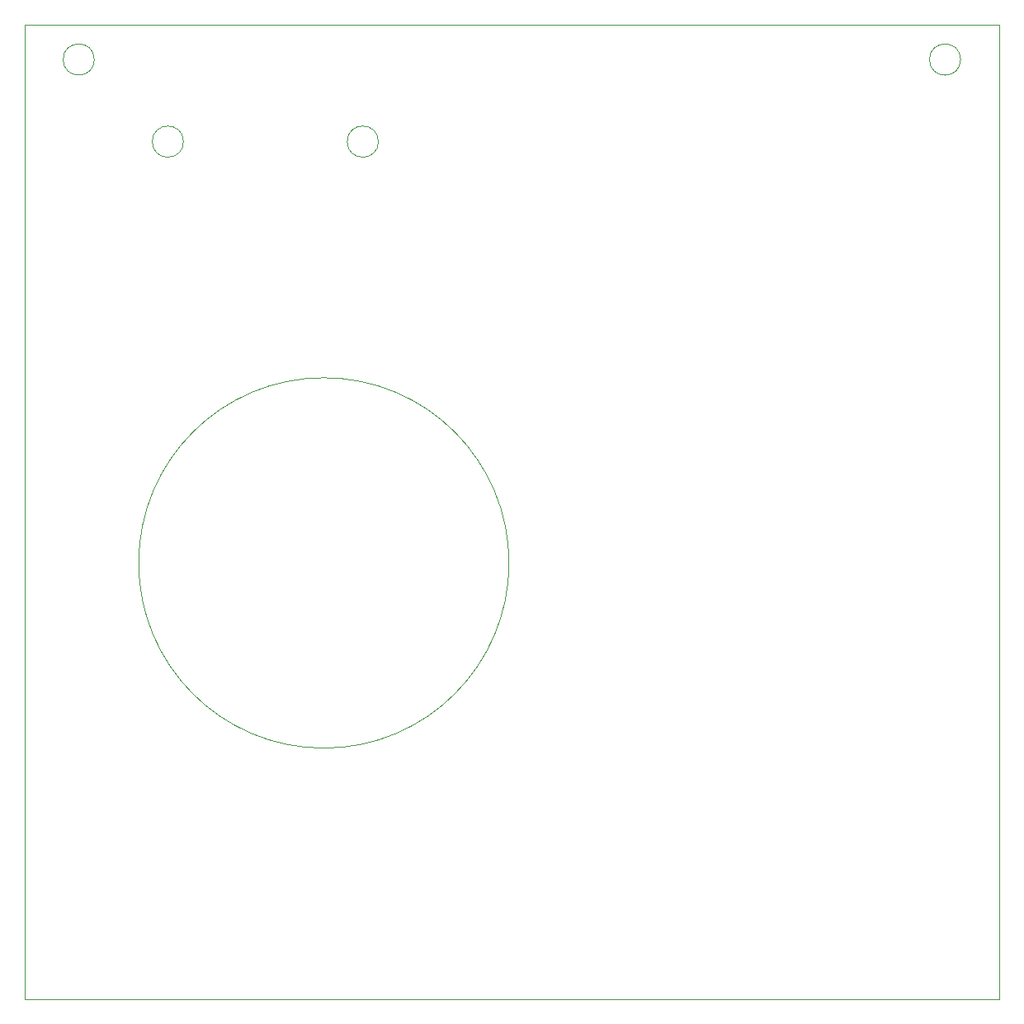
<source format=gbr>
%TF.GenerationSoftware,KiCad,Pcbnew,8.0.4*%
%TF.CreationDate,2025-02-22T00:29:03+01:00*%
%TF.ProjectId,OrangePie,4f72616e-6765-4506-9965-2e6b69636164,1.0.0*%
%TF.SameCoordinates,Original*%
%TF.FileFunction,Profile,NP*%
%FSLAX46Y46*%
G04 Gerber Fmt 4.6, Leading zero omitted, Abs format (unit mm)*
G04 Created by KiCad (PCBNEW 8.0.4) date 2025-02-22 00:29:03*
%MOMM*%
%LPD*%
G01*
G04 APERTURE LIST*
%TA.AperFunction,Profile*%
%ADD10C,0.050000*%
%TD*%
G04 APERTURE END LIST*
D10*
X37850000Y-42075000D02*
G75*
G02*
X34650000Y-42075000I-1600000J0D01*
G01*
X34650000Y-42075000D02*
G75*
G02*
X37850000Y-42075000I1600000J0D01*
G01*
X47000000Y-50500000D02*
G75*
G02*
X43800000Y-50500000I-1600000J0D01*
G01*
X43800000Y-50500000D02*
G75*
G02*
X47000000Y-50500000I1600000J0D01*
G01*
X126745585Y-42078727D02*
G75*
G02*
X123545585Y-42078727I-1600000J0D01*
G01*
X123545585Y-42078727D02*
G75*
G02*
X126745585Y-42078727I1600000J0D01*
G01*
X30700000Y-38515000D02*
X130700000Y-38515000D01*
X130700000Y-138515000D01*
X30700000Y-138515000D01*
X30700000Y-38515000D01*
X67000000Y-50500000D02*
G75*
G02*
X63800000Y-50500000I-1600000J0D01*
G01*
X63800000Y-50500000D02*
G75*
G02*
X67000000Y-50500000I1600000J0D01*
G01*
%TO.C,J2*%
X80402806Y-93733501D02*
G75*
G02*
X42402806Y-93733501I-19000000J0D01*
G01*
X42402806Y-93733501D02*
G75*
G02*
X80402806Y-93733501I19000000J0D01*
G01*
%TD*%
M02*

</source>
